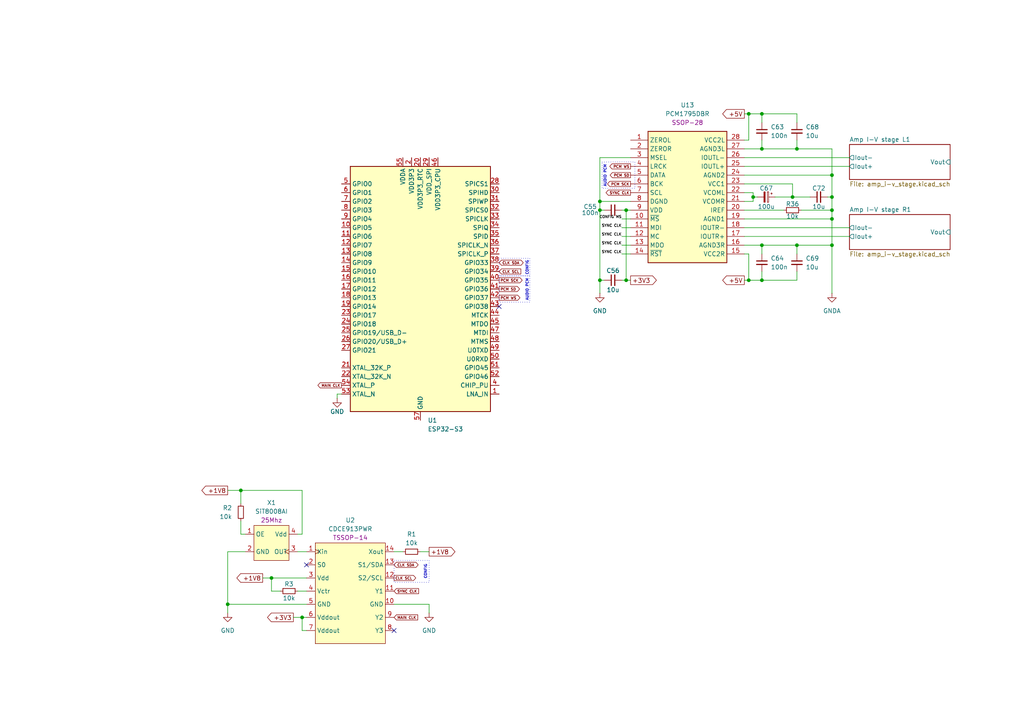
<source format=kicad_sch>
(kicad_sch (version 20250114) (generator "eeschema") (generator_version "9.0")
  (paper "A4")
  (lib_symbols
    (symbol "MCU_Espressif:ESP32-S3"
      (property "Reference" "U" (at 10.16 -38.1 0))
      (property "Value" "ESP32-S3" (at 13.97 -40.64 0))
      (symbol "ESP32-S3_0_1"
        (rectangle (start -20.32 35.56) (end 20.32 -35.56) (stroke (width 0.254)) (fill (type background)))
      )
      (symbol "ESP32-S3_1_0"
        (pin passive line (at -5.08 38.1 270) (length 2.54) (hide yes) (name "VDDA") (number "56"))
        (pin bidirectional line (at 22.86 12.7 180) (length 2.54) (name "SPICLK_N") (number "36"))
        (pin bidirectional line (at 22.86 -10.16 180) (length 2.54) (name "MTDO") (number "45"))
        (pin bidirectional line (at 22.86 -22.86 180) (length 2.54) (name "GPIO45") (number "51"))
      )
      (symbol "ESP32-S3_1_1"
        (pin bidirectional line (at -22.86 30.48 0) (length 2.54) (name "GPIO0") (number "5"))
        (pin bidirectional line (at -22.86 27.94 0) (length 2.54) (name "GPIO1") (number "6"))
        (pin bidirectional line (at -22.86 25.4 0) (length 2.54) (name "GPIO2") (number "7"))
        (pin bidirectional line (at -22.86 22.86 0) (length 2.54) (name "GPIO3") (number "8"))
        (pin bidirectional line (at -22.86 20.32 0) (length 2.54) (name "GPIO4") (number "9"))
        (pin bidirectional line (at -22.86 17.78 0) (length 2.54) (name "GPIO5") (number "10"))
        (pin bidirectional line (at -22.86 15.24 0) (length 2.54) (name "GPIO6") (number "11"))
        (pin bidirectional line (at -22.86 12.7 0) (length 2.54) (name "GPIO7") (number "12"))
        (pin bidirectional line (at -22.86 10.16 0) (length 2.54) (name "GPIO8") (number "13"))
        (pin bidirectional line (at -22.86 7.62 0) (length 2.54) (name "GPIO9") (number "14"))
        (pin bidirectional line (at -22.86 5.08 0) (length 2.54) (name "GPIO10") (number "15"))
        (pin bidirectional line (at -22.86 2.54 0) (length 2.54) (name "GPIO11") (number "16"))
        (pin bidirectional line (at -22.86 0 0) (length 2.54) (name "GPIO12") (number "17"))
        (pin bidirectional line (at -22.86 -2.54 0) (length 2.54) (name "GPIO13") (number "18"))
        (pin bidirectional line (at -22.86 -5.08 0) (length 2.54) (name "GPIO14") (number "19"))
        (pin bidirectional line (at -22.86 -7.62 0) (length 2.54) (name "GPIO17") (number "23"))
        (pin bidirectional line (at -22.86 -10.16 0) (length 2.54) (name "GPIO18") (number "24"))
        (pin bidirectional line (at -22.86 -12.7 0) (length 2.54) (name "GPIO19/USB_D-") (number "25"))
        (pin bidirectional line (at -22.86 -15.24 0) (length 2.54) (name "GPIO20/USB_D+") (number "26"))
        (pin bidirectional line (at -22.86 -17.78 0) (length 2.54) (name "GPIO21") (number "27"))
        (pin passive line (at -22.86 -22.86 0) (length 2.54) (name "XTAL_32K_P") (number "21"))
        (pin passive line (at -22.86 -25.4 0) (length 2.54) (name "XTAL_32K_N") (number "22"))
        (pin input line (at -22.86 -27.94 0) (length 2.54) (name "XTAL_P") (number "54"))
        (pin output line (at -22.86 -30.48 0) (length 2.54) (name "XTAL_N") (number "53"))
        (pin power_in line (at -5.08 38.1 270) (length 2.54) (name "VDDA") (number "55"))
        (pin power_in line (at -2.54 38.1 270) (length 2.54) (name "VDD3P3") (number "2"))
        (pin passive line (at -2.54 38.1 270) (length 2.54) (hide yes) (name "VDD3P3") (number "3"))
        (pin power_in line (at 0 38.1 270) (length 2.54) (name "VDD3P3_RTC") (number "20"))
        (pin power_in line (at 0 -38.1 90) (length 2.54) (name "GND") (number "57"))
        (pin power_in line (at 2.54 38.1 270) (length 2.54) (name "VDD_SPI") (number "29"))
        (pin power_in line (at 5.08 38.1 270) (length 2.54) (name "VDD3P3_CPU") (number "46"))
        (pin bidirectional line (at 22.86 30.48 180) (length 2.54) (name "SPICS1") (number "28"))
        (pin bidirectional line (at 22.86 27.94 180) (length 2.54) (name "SPIHD") (number "30"))
        (pin bidirectional line (at 22.86 25.4 180) (length 2.54) (name "SPIWP") (number "31"))
        (pin bidirectional line (at 22.86 22.86 180) (length 2.54) (name "SPICS0") (number "32"))
        (pin bidirectional line (at 22.86 20.32 180) (length 2.54) (name "SPICLK") (number "33"))
        (pin bidirectional line (at 22.86 17.78 180) (length 2.54) (name "SPIQ") (number "34"))
        (pin bidirectional line (at 22.86 15.24 180) (length 2.54) (name "SPID") (number "35"))
        (pin bidirectional line (at 22.86 10.16 180) (length 2.54) (name "SPICLK_P") (number "37"))
        (pin bidirectional line (at 22.86 7.62 180) (length 2.54) (name "GPIO33") (number "38"))
        (pin bidirectional line (at 22.86 5.08 180) (length 2.54) (name "GPIO34") (number "39"))
        (pin bidirectional line (at 22.86 2.54 180) (length 2.54) (name "GPIO35") (number "40"))
        (pin bidirectional line (at 22.86 0 180) (length 2.54) (name "GPIO36") (number "41"))
        (pin bidirectional line (at 22.86 -2.54 180) (length 2.54) (name "GPIO37") (number "42"))
        (pin bidirectional line (at 22.86 -5.08 180) (length 2.54) (name "GPIO38") (number "43"))
        (pin bidirectional line (at 22.86 -7.62 180) (length 2.54) (name "MTCK") (number "44"))
        (pin bidirectional line (at 22.86 -12.7 180) (length 2.54) (name "MTDI") (number "47"))
        (pin bidirectional line (at 22.86 -15.24 180) (length 2.54) (name "MTMS") (number "48"))
        (pin bidirectional line (at 22.86 -17.78 180) (length 2.54) (name "U0TXD") (number "49"))
        (pin bidirectional line (at 22.86 -20.32 180) (length 2.54) (name "U0RXD") (number "50"))
        (pin bidirectional line (at 22.86 -25.4 180) (length 2.54) (name "GPIO46") (number "52"))
        (pin input line (at 22.86 -27.94 180) (length 2.54) (name "CHIP_PU") (number "4"))
        (pin bidirectional line (at 22.86 -30.48 180) (length 2.54) (name "LNA_IN") (number "1"))
      )
    )
    (symbol "Project_Library:C_100n" (pin_numbers (hide yes)) (pin_names (offset 0.254) (hide yes))
      (property "Reference" "C" (at 0.254 1.778 0))
      (property "Value" "100n" (at 0.635 -1.905 0))
      (symbol "C_100n_0_1"
        (polyline (pts (xy -1.524 0.508) (xy 1.524 0.508)) (stroke (width 0.3048)))
        (polyline (pts (xy -1.524 -0.508) (xy 1.524 -0.508)) (stroke (width 0.3302)))
      )
      (symbol "C_100n_1_1"
        (pin passive line (at 0 2.54 270) (length 2.032) (name "~") (number "1"))
        (pin passive line (at 0 -2.54 90) (length 2.032) (name "~") (number "2"))
      )
    )
    (symbol "Project_Library:C_100u" (pin_numbers (hide yes)) (pin_names (offset 0.254) (hide yes))
      (property "Reference" "C" (at 0.254 1.778 0))
      (property "Value" "100u" (at 0.254 -2.032 0))
      (symbol "C_100u_0_1"
        (rectangle (start -1.524 0.6858) (end 1.524 0.3048))
        (rectangle (start -1.524 -0.3048) (end 1.524 -0.6858) (fill (type outline)))
        (polyline (pts (xy -1.27 1.524) (xy -0.762 1.524)))
        (polyline (pts (xy -1.016 1.27) (xy -1.016 1.778)))
      )
      (symbol "C_100u_1_1"
        (pin passive line (at 0 2.54 270) (length 1.8542) (name "~") (number "1"))
        (pin passive line (at 0 -2.54 90) (length 1.8542) (name "~") (number "2"))
      )
    )
    (symbol "Project_Library:C_10u" (pin_numbers (hide yes)) (pin_names (offset 0.254) (hide yes))
      (property "Reference" "C" (at 0.254 1.778 0))
      (property "Value" "10u" (at 0.635 -1.905 0))
      (symbol "C_10u_0_1"
        (polyline (pts (xy -1.524 0.508) (xy 1.524 0.508)) (stroke (width 0.3048)))
        (polyline (pts (xy -1.524 -0.508) (xy 1.524 -0.508)) (stroke (width 0.3302)))
      )
      (symbol "C_10u_1_1"
        (pin passive line (at 0 2.54 270) (length 2.032) (name "~") (number "1"))
        (pin passive line (at 0 -2.54 90) (length 2.032) (name "~") (number "2"))
      )
    )
    (symbol "Project_Library:R_10k" (pin_numbers (hide yes)) (pin_names (offset 0.254) (hide yes))
      (property "Reference" "R" (at 0.762 0.508 0))
      (property "Value" "10k" (at 0.762 -1.016 0))
      (symbol "R_10k_0_1"
        (rectangle (start -0.762 1.778) (end 0.762 -1.778) (stroke (width 0.2032)))
      )
      (symbol "R_10k_1_1"
        (pin passive line (at 0 2.54 270) (length 0.762) (name "~") (number "1"))
        (pin passive line (at 0 -2.54 90) (length 0.762) (name "~") (number "2"))
      )
    )
    (symbol "Project_Library:U_CDCE913PWR"
      (property "Reference" "U" (at 0 0 0))
      (property "Value" "CDCE913PWR" (at 0 0 0))
      (property "Package" "TSSOP-14" (at 0 0 0))
      (symbol "U_CDCE913PWR_1_1"
        (rectangle (start -10.16 13.97) (end 10.16 -15.24) (fill (type background)))
        (pin input clock (at -12.7 11.43 0) (length 2.54) (name "Xin") (number "1"))
        (pin input line (at -12.7 7.62 0) (length 2.54) (name "S0") (number "2"))
        (pin power_in line (at -12.7 3.81 0) (length 2.54) (name "Vdd") (number "3"))
        (pin input line (at -12.7 0 0) (length 2.54) (name "Vctr") (number "4"))
        (pin power_in line (at -12.7 -3.81 0) (length 2.54) (name "GND") (number "5"))
        (pin power_in line (at -12.7 -7.62 0) (length 2.54) (name "Vddout") (number "6"))
        (pin power_in line (at -12.7 -11.43 0) (length 2.54) (name "Vddout") (number "7"))
        (pin output line (at 12.7 11.43 180) (length 2.54) (name "Xout") (number "14"))
        (pin input line (at 12.7 7.62 180) (length 2.54) (name "S1/SDA") (number "13"))
        (pin input line (at 12.7 3.81 180) (length 2.54) (name "S2/SCL") (number "12"))
        (pin output line (at 12.7 0 180) (length 2.54) (name "Y1") (number "11"))
        (pin power_in line (at 12.7 -3.81 180) (length 2.54) (name "GND") (number "10"))
        (pin output line (at 12.7 -7.62 180) (length 2.54) (name "Y2") (number "9"))
        (pin output line (at 12.7 -11.43 180) (length 2.54) (name "Y3") (number "8"))
      )
    )
    (symbol "Project_Library:U_PCM1795DBR"
      (property "Reference" "U" (at 0 0 0))
      (property "Value" "PCM1795DBR" (at 0 0 0))
      (property "Package" "SSOP-28" (at 0 0 0))
      (symbol "U_PCM1795DBR_1_1"
        (rectangle (start -11.43 -1.27) (end 11.43 -39.37) (stroke (width 0.254)) (fill (type background)))
        (pin passive line (at -16.51 -3.81 0) (length 5.08) (name "ZEROL") (number "1"))
        (pin passive line (at -16.51 -6.35 0) (length 5.08) (name "ZEROR") (number "2"))
        (pin passive line (at -16.51 -8.89 0) (length 5.08) (name "MSEL") (number "3"))
        (pin passive line (at -16.51 -11.43 0) (length 5.08) (name "LRCK") (number "4"))
        (pin passive line (at -16.51 -13.97 0) (length 5.08) (name "DATA") (number "5"))
        (pin passive line (at -16.51 -16.51 0) (length 5.08) (name "BCK") (number "6"))
        (pin passive line (at -16.51 -19.05 0) (length 5.08) (name "SCL") (number "7"))
        (pin passive line (at -16.51 -21.59 0) (length 5.08) (name "DGND") (number "8"))
        (pin passive line (at -16.51 -24.13 0) (length 5.08) (name "VDD") (number "9"))
        (pin passive line (at -16.51 -26.67 0) (length 5.08) (name "~{MS}") (number "10"))
        (pin passive line (at -16.51 -29.21 0) (length 5.08) (name "MDI") (number "11"))
        (pin passive line (at -16.51 -31.75 0) (length 5.08) (name "MC") (number "12"))
        (pin passive line (at -16.51 -34.29 0) (length 5.08) (name "MDO") (number "13"))
        (pin passive line (at -16.51 -36.83 0) (length 5.08) (name "~{RST}") (number "14"))
        (pin passive line (at 16.51 -3.81 180) (length 5.08) (name "VCC2L") (number "28"))
        (pin passive line (at 16.51 -6.35 180) (length 5.08) (name "AGND3L") (number "27"))
        (pin passive line (at 16.51 -8.89 180) (length 5.08) (name "IOUTL-") (number "26"))
        (pin passive line (at 16.51 -11.43 180) (length 5.08) (name "IOUTL+") (number "25"))
        (pin passive line (at 16.51 -13.97 180) (length 5.08) (name "AGND2") (number "24"))
        (pin passive line (at 16.51 -16.51 180) (length 5.08) (name "VCC1") (number "23"))
        (pin passive line (at 16.51 -19.05 180) (length 5.08) (name "VCOML") (number "22"))
        (pin passive line (at 16.51 -21.59 180) (length 5.08) (name "VCOMR") (number "21"))
        (pin passive line (at 16.51 -24.13 180) (length 5.08) (name "IREF") (number "20"))
        (pin passive line (at 16.51 -26.67 180) (length 5.08) (name "AGND1") (number "19"))
        (pin passive line (at 16.51 -29.21 180) (length 5.08) (name "IOUTR-") (number "18"))
        (pin passive line (at 16.51 -31.75 180) (length 5.08) (name "IOUTR+") (number "17"))
        (pin passive line (at 16.51 -34.29 180) (length 5.08) (name "AGND3R") (number "16"))
        (pin passive line (at 16.51 -36.83 180) (length 5.08) (name "VCC2R") (number "15"))
      )
    )
    (symbol "Project_Library:X_SiT8008AI-11-18E-25"
      (property "Reference" "X" (at 0 6.096 0))
      (property "Value" "SiT8008AI" (at 0 0 0))
      (property "Clock Frequency" "25Mhz" (at 0 0 0))
      (symbol "X_SiT8008AI-11-18E-25_1_1"
        (rectangle (start -5.08 5.08) (end 5.08 -5.08) (fill (type background)))
        (pin input line (at -7.62 2.54 0) (length 2.54) (name "OE") (number "1"))
        (pin power_in line (at -7.62 -2.54 0) (length 2.54) (name "GND") (number "2"))
        (pin power_in line (at 7.62 2.54 180) (length 2.54) (name "Vdd") (number "4"))
        (pin output clock (at 7.62 -2.54 180) (length 2.54) (name "OUT") (number "3"))
      )
    )
    (symbol "power:GND" (power) (pin_numbers (hide yes)) (pin_names (offset 0) (hide yes))
      (property "Value" "GND" (at 0 -3.81 0))
      (symbol "GND_0_1"
        (polyline (pts (xy 0 0) (xy 0 -1.27) (xy 1.27 -1.27) (xy 0 -2.54) (xy -1.27 -1.27) (xy 0 -1.27)))
      )
      (symbol "GND_1_1"
        (pin power_in line (at 0 0 270) (length 0) (name "~") (number "1"))
      )
    )
    (symbol "power:GNDA" (power) (pin_numbers (hide yes)) (pin_names (offset 0) (hide yes))
      (property "Value" "GNDA" (at 0 -3.81 0))
      (symbol "GNDA_0_1"
        (polyline (pts (xy 0 0) (xy 0 -1.27) (xy 1.27 -1.27) (xy 0 -2.54) (xy -1.27 -1.27) (xy 0 -1.27)))
      )
      (symbol "GNDA_1_1"
        (pin power_in line (at 0 0 270) (length 0) (name "~") (number "1"))
      )
    )
  )
  (rectangle (start 114.3 162.56) (end 124.46 168.91) (stroke (width 0) (type dot)))
  (rectangle (start 144.78 80.01) (end 153.67 87.63) (stroke (width 0) (type dot)))
  (rectangle (start 174.625 46.99) (end 184.15 54.61) (stroke (width 0) (type dot)))
  (rectangle (start 144.78 74.93) (end 153.67 80.01) (stroke (width 0) (type dot)))
  (text "CONFIG\n" (at 152.908 77.724 90) (effects (font (size 0.762 0.762))))
  (text "AUDIO PCM" (at 152.908 84.074 90) (effects (font (size 0.762 0.762))))
  (text "AUDIO PCM" (at 175.514 51.054 90) (effects (font (size 0.762 0.762))))
  (text "CONFIG\n" (at 123.444 165.862 90) (effects (font (size 0.762 0.762))))
  (junction (at 231.14 71.12))
  (junction (at 241.3 63.5))
  (junction (at 173.99 81.28))
  (junction (at 173.99 58.42))
  (junction (at 220.98 43.18))
  (junction (at 217.17 81.28))
  (junction (at 229.87 57.15))
  (junction (at 220.98 33.02))
  (junction (at 231.14 43.18))
  (junction (at 241.3 50.8))
  (junction (at 78.74 167.64))
  (junction (at 181.61 60.96))
  (junction (at 241.3 57.15))
  (junction (at 241.3 60.96))
  (junction (at 241.3 71.12))
  (junction (at 218.44 57.15))
  (junction (at 220.98 81.28))
  (junction (at 173.99 60.96))
  (junction (at 66.04 175.26))
  (junction (at 220.98 71.12))
  (junction (at 217.17 33.02))
  (junction (at 181.61 81.28))
  (junction (at 69.85 142.24))
  (junction (at 87.63 179.07))
  (no_connect (at 88.9 163.83))
  (no_connect (at 114.3 182.88))
  (no_connect (at 144.78 88.9))
  (wire (pts (xy 231.14 78.74) (xy 231.14 81.28)))
  (wire (pts (xy 215.9 63.5) (xy 241.3 63.5)))
  (wire (pts (xy 231.14 40.64) (xy 231.14 43.18)))
  (wire (pts (xy 215.9 66.04) (xy 246.38 66.04)))
  (wire (pts (xy 87.63 179.07) (xy 88.9 179.07)))
  (wire (pts (xy 231.14 71.12) (xy 241.3 71.12)))
  (wire (pts (xy 220.98 81.28) (xy 220.98 78.74)))
  (wire (pts (xy 217.17 40.64) (xy 217.17 33.02)))
  (wire (pts (xy 114.3 160.02) (xy 116.84 160.02)))
  (wire (pts (xy 86.36 171.45) (xy 88.9 171.45)))
  (wire (pts (xy 87.63 142.24) (xy 87.63 154.94)))
  (wire (pts (xy 78.74 171.45) (xy 81.28 171.45)))
  (wire (pts (xy 180.34 68.58) (xy 182.88 68.58)))
  (wire (pts (xy 114.3 175.26) (xy 124.46 175.26)))
  (wire (pts (xy 220.98 33.02) (xy 231.14 33.02)))
  (wire (pts (xy 217.17 73.66) (xy 217.17 81.28)))
  (wire (pts (xy 173.99 81.28) (xy 175.26 81.28)))
  (wire (pts (xy 180.34 81.28) (xy 181.61 81.28)))
  (wire (pts (xy 69.85 142.24) (xy 69.85 146.05)))
  (wire (pts (xy 180.34 63.5) (xy 182.88 63.5)))
  (wire (pts (xy 99.06 114.3) (xy 97.79 114.3)))
  (wire (pts (xy 88.9 182.88) (xy 87.63 182.88)))
  (wire (pts (xy 180.34 71.12) (xy 182.88 71.12)))
  (wire (pts (xy 66.04 142.24) (xy 69.85 142.24)))
  (wire (pts (xy 87.63 182.88) (xy 87.63 179.07)))
  (wire (pts (xy 66.04 175.26) (xy 66.04 177.8)))
  (wire (pts (xy 173.99 45.72) (xy 173.99 58.42)))
  (wire (pts (xy 69.85 154.94) (xy 71.12 154.94)))
  (wire (pts (xy 229.87 53.34) (xy 229.87 57.15)))
  (wire (pts (xy 241.3 57.15) (xy 241.3 60.96)))
  (wire (pts (xy 220.98 71.12) (xy 220.98 73.66)))
  (wire (pts (xy 182.88 60.96) (xy 181.61 60.96)))
  (wire (pts (xy 215.9 40.64) (xy 217.17 40.64)))
  (wire (pts (xy 173.99 81.28) (xy 173.99 85.09)))
  (wire (pts (xy 218.44 57.15) (xy 218.44 58.42)))
  (wire (pts (xy 86.36 160.02) (xy 88.9 160.02)))
  (wire (pts (xy 218.44 58.42) (xy 215.9 58.42)))
  (wire (pts (xy 124.46 175.26) (xy 124.46 177.8)))
  (wire (pts (xy 181.61 60.96) (xy 181.61 81.28)))
  (wire (pts (xy 173.99 60.96) (xy 175.26 60.96)))
  (wire (pts (xy 66.04 160.02) (xy 71.12 160.02)))
  (wire (pts (xy 173.99 58.42) (xy 173.99 60.96)))
  (wire (pts (xy 69.85 151.13) (xy 69.85 154.94)))
  (wire (pts (xy 215.9 68.58) (xy 246.38 68.58)))
  (wire (pts (xy 121.92 160.02) (xy 124.46 160.02)))
  (wire (pts (xy 217.17 81.28) (xy 220.98 81.28)))
  (wire (pts (xy 220.98 43.18) (xy 231.14 43.18)))
  (wire (pts (xy 232.41 60.96) (xy 241.3 60.96)))
  (wire (pts (xy 231.14 43.18) (xy 241.3 43.18)))
  (wire (pts (xy 180.34 73.66) (xy 182.88 73.66)))
  (wire (pts (xy 220.98 71.12) (xy 231.14 71.12)))
  (wire (pts (xy 215.9 50.8) (xy 241.3 50.8)))
  (wire (pts (xy 231.14 71.12) (xy 231.14 73.66)))
  (wire (pts (xy 231.14 81.28) (xy 220.98 81.28)))
  (wire (pts (xy 215.9 60.96) (xy 227.33 60.96)))
  (wire (pts (xy 241.3 60.96) (xy 241.3 63.5)))
  (wire (pts (xy 180.34 66.04) (xy 182.88 66.04)))
  (wire (pts (xy 85.09 179.07) (xy 87.63 179.07)))
  (wire (pts (xy 220.98 40.64) (xy 220.98 43.18)))
  (wire (pts (xy 78.74 167.64) (xy 78.74 171.45)))
  (wire (pts (xy 240.03 57.15) (xy 241.3 57.15)))
  (wire (pts (xy 76.2 167.64) (xy 78.74 167.64)))
  (wire (pts (xy 241.3 50.8) (xy 241.3 57.15)))
  (wire (pts (xy 215.9 55.88) (xy 218.44 55.88)))
  (wire (pts (xy 217.17 73.66) (xy 215.9 73.66)))
  (wire (pts (xy 229.87 57.15) (xy 234.95 57.15)))
  (wire (pts (xy 229.87 57.15) (xy 224.79 57.15)))
  (wire (pts (xy 215.9 45.72) (xy 246.38 45.72)))
  (wire (pts (xy 241.3 71.12) (xy 241.3 85.09)))
  (wire (pts (xy 241.3 43.18) (xy 241.3 50.8)))
  (wire (pts (xy 215.9 48.26) (xy 246.38 48.26)))
  (wire (pts (xy 78.74 167.64) (xy 88.9 167.64)))
  (wire (pts (xy 215.9 53.34) (xy 229.87 53.34)))
  (wire (pts (xy 66.04 175.26) (xy 66.04 160.02)))
  (wire (pts (xy 180.34 60.96) (xy 181.61 60.96)))
  (wire (pts (xy 215.9 43.18) (xy 220.98 43.18)))
  (wire (pts (xy 86.36 154.94) (xy 87.63 154.94)))
  (wire (pts (xy 241.3 63.5) (xy 241.3 71.12)))
  (wire (pts (xy 182.88 45.72) (xy 173.99 45.72)))
  (wire (pts (xy 97.79 114.3) (xy 97.79 115.57)))
  (wire (pts (xy 215.9 71.12) (xy 220.98 71.12)))
  (wire (pts (xy 181.61 81.28) (xy 182.88 81.28)))
  (wire (pts (xy 215.9 33.02) (xy 217.17 33.02)))
  (wire (pts (xy 220.98 33.02) (xy 220.98 35.56)))
  (wire (pts (xy 88.9 175.26) (xy 66.04 175.26)))
  (wire (pts (xy 215.9 81.28) (xy 217.17 81.28)))
  (wire (pts (xy 217.17 33.02) (xy 220.98 33.02)))
  (wire (pts (xy 173.99 60.96) (xy 173.99 81.28)))
  (wire (pts (xy 231.14 33.02) (xy 231.14 35.56)))
  (wire (pts (xy 69.85 142.24) (xy 87.63 142.24)))
  (wire (pts (xy 218.44 57.15) (xy 219.71 57.15)))
  (wire (pts (xy 182.88 58.42) (xy 173.99 58.42)))
  (wire (pts (xy 218.44 55.88) (xy 218.44 57.15)))
  (label "SYNC CLK" (at 180.34 68.58 180) (effects (font (size 0.762 0.762))))
  (label "SYNC CLK" (at 180.34 73.66 180) (effects (font (size 0.762 0.762))))
  (label "CONFIG MS" (at 180.34 63.5 180) (effects (font (size 0.762 0.762))))
  (label "SYNC CLK" (at 180.34 66.04 180) (effects (font (size 0.762 0.762))))
  (label "SYNC CLK" (at 180.34 71.12 180) (effects (font (size 0.762 0.762))))
  (global_label "PCM WS" (shape output) (at 144.78 86.36 0) (effects (font (size 0.762 0.762))) (property "Intersheetrefs" "${INTERSHEET_REFS}" (effects (hide yes))))
  (global_label "PCM SD" (shape output) (at 144.78 83.82 0) (effects (font (size 0.762 0.762))) (property "Intersheetrefs" "${INTERSHEET_REFS}" (effects (hide yes))))
  (global_label "+3V3" (shape output) (at 85.09 179.07 180) (property "Intersheetrefs" "${INTERSHEET_REFS}" (effects (hide yes))))
  (global_label "PCM WS" (shape output) (at 182.88 48.26 180) (effects (font (size 0.762 0.762))) (property "Intersheetrefs" "${INTERSHEET_REFS}" (effects (hide yes))))
  (global_label "+5V" (shape output) (at 215.9 81.28 180) (property "Intersheetrefs" "${INTERSHEET_REFS}" (effects (hide yes))))
  (global_label "CLK SCL" (shape input) (at 144.78 78.74 0) (effects (font (size 0.762 0.762))) (property "Intersheetrefs" "${INTERSHEET_REFS}" (effects (hide yes))))
  (global_label "CLK SCL" (shape output) (at 114.3 167.64 0) (effects (font (size 0.762 0.762))) (property "Intersheetrefs" "${INTERSHEET_REFS}" (effects (hide yes))))
  (global_label "SYNC CLK" (shape input) (at 114.3 171.45 0) (effects (font (size 0.762 0.762))) (property "Intersheetrefs" "${INTERSHEET_REFS}" (effects (hide yes))))
  (global_label "SYNC CLK" (shape output) (at 182.88 55.88 180) (effects (font (size 0.762 0.762))) (property "Intersheetrefs" "${INTERSHEET_REFS}" (effects (hide yes))))
  (global_label "PCM SCK" (shape output) (at 182.88 53.34 180) (effects (font (size 0.762 0.762))) (property "Intersheetrefs" "${INTERSHEET_REFS}" (effects (hide yes))))
  (global_label "+5V" (shape output) (at 215.9 33.02 180) (property "Intersheetrefs" "${INTERSHEET_REFS}" (effects (hide yes))))
  (global_label "MAIN CLK" (shape output) (at 99.06 111.76 180) (effects (font (size 0.762 0.762))) (property "Intersheetrefs" "${INTERSHEET_REFS}" (effects (hide yes))))
  (global_label "+3V3" (shape output) (at 182.88 81.28 0) (property "Intersheetrefs" "${INTERSHEET_REFS}" (effects (hide yes))))
  (global_label "CLK SDA" (shape bidirectional) (at 114.3 163.83 0) (effects (font (size 0.762 0.762))) (property "Intersheetrefs" "${INTERSHEET_REFS}" (effects (hide yes))))
  (global_label "+1V8" (shape output) (at 66.04 142.24 180) (property "Intersheetrefs" "${INTERSHEET_REFS}" (effects (hide yes))))
  (global_label "CLK SDA" (shape bidirectional) (at 144.78 76.2 0) (effects (font (size 0.762 0.762))) (property "Intersheetrefs" "${INTERSHEET_REFS}" (effects (hide yes))))
  (global_label "+1V8" (shape output) (at 124.46 160.02 0) (property "Intersheetrefs" "${INTERSHEET_REFS}" (effects (hide yes))))
  (global_label "+1V8" (shape output) (at 76.2 167.64 180) (property "Intersheetrefs" "${INTERSHEET_REFS}" (effects (hide yes))))
  (global_label "PCM SCK" (shape output) (at 144.78 81.28 0) (effects (font (size 0.762 0.762))) (property "Intersheetrefs" "${INTERSHEET_REFS}" (effects (hide yes))))
  (global_label "PCM SD" (shape output) (at 182.88 50.8 180) (effects (font (size 0.762 0.762))) (property "Intersheetrefs" "${INTERSHEET_REFS}" (effects (hide yes))))
  (global_label "MAIN CLK" (shape input) (at 114.3 179.07 0) (effects (font (size 0.762 0.762))) (property "Intersheetrefs" "${INTERSHEET_REFS}" (effects (hide yes))))
  (symbol (lib_id "Project_Library:R_10k") (at 119.38 160.02 90) (unit 1)
    (property "Reference" "R1" (at 119.38 154.94 90))
    (property "Value" "10k" (at 119.38 157.48 90))
    (property "Footprint" "Project_Library:ERA6AEB101V" (effects (hide yes)))
    (property "Datasheet" "https://industrial.panasonic.com/cdbs/www-data/pdf/RDM0000/AOA0000C307.pdf" (effects (hide yes)))
    (property "Description" "Thin Film Resistors - SMD 0805 1/8W 10Kohms" (effects (hide yes)))
    (property "Footprint Text" "0805" (effects (hide yes)))
    (property "Tolerance" "0.1%" (effects (hide yes)))
    (property "Power" "1/8W" (effects (hide yes)))
    (property "Manufacturer" "Panasonic" (effects (hide yes)))
    (property "Manufacturer_Part_Number" "ERA-6AEB103V" (effects (hide yes)))
  )
  (symbol (lib_id "Project_Library:C_100n") (at 177.8 60.96 90) (unit 1)
    (property "Reference" "C55" (at 171.196 59.944 90))
    (property "Value" "100n" (at 171.196 61.722 90))
    (property "Footprint" "Project_Library:PHE426HJ6100JR05" (effects (hide yes)))
    (property "Datasheet" "https://www.mouser.se/datasheet/2/447/KEM_F3132_PHE426-3316727.pdf" (effects (hide yes)))
    (property "Description" "Film Capacitors 250V 0.1uF 5% LS=5mm" (effects (hide yes)))
    (property "Footprint Text" "2824" (effects (hide yes)))
    (property "Tolerance" "5%" (effects (hide yes)))
    (property "Voltage Rating" "160VAC" (effects (hide yes)))
    (property "Temperature Drift" "-" (effects (hide yes)))
    (property "Manufacturer" "KEMET" (effects (hide yes)))
    (property "Manufacturer_Part_Number" "PHE426HJ6100JR05" (effects (hide yes)))
  )
  (symbol (lib_id "power:GND") (at 173.99 85.09 0) (unit 1)
    (property "Reference" "#PWR035" (effects (hide yes)))
    (property "Value" "GND" (at 173.99 90.17 0))
    (property "Description" "Power symbol creates a global label with name \"GND\" , ground" (effects (hide yes)))
  )
  (symbol (lib_id "Project_Library:C_100n") (at 220.98 76.2 0) (unit 1)
    (property "Reference" "C64" (at 223.52 74.93 0) (effects (justify left)))
    (property "Value" "100n" (at 223.52 77.47 0) (effects (justify left)))
    (property "Footprint" "Project_Library:PHE426HJ6100JR05" (effects (hide yes)))
    (property "Datasheet" "https://www.mouser.se/datasheet/2/447/KEM_F3132_PHE426-3316727.pdf" (effects (hide yes)))
    (property "Description" "Film Capacitors 250V 0.1uF 5% LS=5mm" (effects (hide yes)))
    (property "Footprint Text" "2824" (effects (hide yes)))
    (property "Tolerance" "5%" (effects (hide yes)))
    (property "Voltage Rating" "160VAC" (effects (hide yes)))
    (property "Temperature Drift" "-" (effects (hide yes)))
    (property "Manufacturer" "KEMET" (effects (hide yes)))
    (property "Manufacturer_Part_Number" "PHE426HJ6100JR05" (effects (hide yes)))
  )
  (symbol (lib_id "Project_Library:C_10u") (at 231.14 76.2 0) (unit 1)
    (property "Reference" "C69" (at 233.68 74.9362 0) (effects (justify left)))
    (property "Value" "10u" (at 233.68 77.4762 0) (effects (justify left)))
    (property "Footprint" "Project_Library:CAPC3225X270N" (effects (hide yes)))
    (property "Datasheet" "https://www.mouser.se/datasheet/2/396/mlcc02_e-1307760.pdf" (effects (hide yes)))
    (property "Description" "Multilayer Ceramic Capacitors MLCC - SMD/SMT 50V 10uF X7S 1210 10 %" (effects (hide yes)))
    (property "Footprint Text" "1210" (effects (hide yes)))
    (property "Tolerance" "10%" (effects (hide yes)))
    (property "Voltage Rating" "50VDC" (effects (hide yes)))
    (property "Temperature Drift" "X7S" (effects (hide yes)))
    (property "Manufacturer" "TAIYO YUDEN" (effects (hide yes)))
    (property "Manufacturer_Part_Number" " UMK325C7106KM-T" (effects (hide yes)))
  )
  (symbol (lib_id "Project_Library:R_10k") (at 229.87 60.96 90) (unit 1)
    (property "Reference" "R36" (at 229.87 59.182 90))
    (property "Value" "10k" (at 229.87 62.738 90))
    (property "Footprint" "Project_Library:ERA6AEB101V" (effects (hide yes)))
    (property "Datasheet" "https://industrial.panasonic.com/cdbs/www-data/pdf/RDM0000/AOA0000C307.pdf" (effects (hide yes)))
    (property "Description" "Thin Film Resistors - SMD 0805 1/8W 10Kohms" (effects (hide yes)))
    (property "Footprint Text" "0805" (effects (hide yes)))
    (property "Tolerance" "0.1%" (effects (hide yes)))
    (property "Power" "1/8W" (effects (hide yes)))
    (property "Manufacturer" "Panasonic" (effects (hide yes)))
    (property "Manufacturer_Part_Number" "ERA-6AEB103V" (effects (hide yes)))
  )
  (symbol (lib_id "power:GND") (at 124.46 177.8 0) (unit 1)
    (property "Reference" "#PWR03" (effects (hide yes)))
    (property "Value" "GND" (at 124.46 182.88 0))
    (property "Description" "Power symbol creates a global label with name \"GND\" , ground" (effects (hide yes)))
  )
  (symbol (lib_id "power:GND") (at 97.79 115.57 0) (unit 1)
    (property "Reference" "#PWR02" (effects (hide yes)))
    (property "Value" "GND" (at 97.79 119.38 0))
    (property "Description" "Power symbol creates a global label with name \"GND\" , ground" (effects (hide yes)))
  )
  (symbol (lib_id "power:GND") (at 66.04 177.8 0) (unit 1)
    (property "Reference" "#PWR01" (effects (hide yes)))
    (property "Value" "GND" (at 66.04 182.88 0))
    (property "Description" "Power symbol creates a global label with name \"GND\" , ground" (effects (hide yes)))
  )
  (symbol (lib_id "Project_Library:C_10u") (at 237.49 57.15 90) (unit 1)
    (property "Reference" "C72" (at 237.49 54.61 90))
    (property "Value" "10u" (at 237.49 59.944 90))
    (property "Footprint" "Project_Library:CAPC3225X270N" (effects (hide yes)))
    (property "Datasheet" "https://www.mouser.se/datasheet/2/396/mlcc02_e-1307760.pdf" (effects (hide yes)))
    (property "Description" "Multilayer Ceramic Capacitors MLCC - SMD/SMT 50V 10uF X7S 1210 10 %" (effects (hide yes)))
    (property "Footprint Text" "1210" (effects (hide yes)))
    (property "Tolerance" "10%" (effects (hide yes)))
    (property "Voltage Rating" "50VDC" (effects (hide yes)))
    (property "Temperature Drift" "X7S" (effects (hide yes)))
    (property "Manufacturer" "TAIYO YUDEN" (effects (hide yes)))
    (property "Manufacturer_Part_Number" " UMK325C7106KM-T" (effects (hide yes)))
  )
  (symbol (lib_id "Project_Library:R_10k") (at 83.82 171.45 90) (unit 1)
    (property "Reference" "R3" (at 83.82 169.418 90))
    (property "Value" "10k" (at 83.82 173.482 90))
    (property "Footprint" "Project_Library:ERA6AEB101V" (effects (hide yes)))
    (property "Datasheet" "https://industrial.panasonic.com/cdbs/www-data/pdf/RDM0000/AOA0000C307.pdf" (effects (hide yes)))
    (property "Description" "Thin Film Resistors - SMD 0805 1/8W 10Kohms" (effects (hide yes)))
    (property "Footprint Text" "0805" (effects (hide yes)))
    (property "Tolerance" "0.1%" (effects (hide yes)))
    (property "Power" "1/8W" (effects (hide yes)))
    (property "Manufacturer" "Panasonic" (effects (hide yes)))
    (property "Manufacturer_Part_Number" "ERA-6AEB103V" (effects (hide yes)))
  )
  (symbol (lib_id "Project_Library:C_100n") (at 220.98 38.1 0) (unit 1)
    (property "Reference" "C63" (at 223.52 36.83 0) (effects (justify left)))
    (property "Value" "100n" (at 223.52 39.37 0) (effects (justify left)))
    (property "Footprint" "Project_Library:PHE426HJ6100JR05" (effects (hide yes)))
    (property "Datasheet" "https://www.mouser.se/datasheet/2/447/KEM_F3132_PHE426-3316727.pdf" (effects (hide yes)))
    (property "Description" "Film Capacitors 250V 0.1uF 5% LS=5mm" (effects (hide yes)))
    (property "Footprint Text" "2824" (effects (hide yes)))
    (property "Tolerance" "5%" (effects (hide yes)))
    (property "Voltage Rating" "160VAC" (effects (hide yes)))
    (property "Temperature Drift" "-" (effects (hide yes)))
    (property "Manufacturer" "KEMET" (effects (hide yes)))
    (property "Manufacturer_Part_Number" "PHE426HJ6100JR05" (effects (hide yes)))
  )
  (symbol (lib_id "Project_Library:U_PCM1795DBR") (at 199.39 36.83 0) (unit 1)
    (property "Reference" "U13" (at 199.39 30.48 0))
    (property "Value" "PCM1795DBR" (at 199.39 33.02 0))
    (property "Footprint" "Project_Library:SOP65P780X200-28N" (effects (hide yes)))
    (property "Datasheet" "https://www.ti.com/lit/gpn/pcm1795" (effects (hide yes)))
    (property "Description" "Audio D/A Converter ICs 32b 192kHz Sampling Adv Seg Aud St DAC A 595-PCM1795DB" (effects (hide yes)))
    (property "Package" "SSOP-28" (at 199.39 35.56 0))
    (property "Manufacturer" "Texas Instruments" (effects (hide yes)))
    (property "Manufacturer_Part_Number" "PCM1795DBR" (effects (hide yes)))
  )
  (symbol (lib_id "Project_Library:C_10u") (at 231.14 38.1 0) (unit 1)
    (property "Reference" "C68" (at 233.68 36.8362 0) (effects (justify left)))
    (property "Value" "10u" (at 233.68 39.3762 0) (effects (justify left)))
    (property "Footprint" "Project_Library:CAPC3225X270N" (effects (hide yes)))
    (property "Datasheet" "https://www.mouser.se/datasheet/2/396/mlcc02_e-1307760.pdf" (effects (hide yes)))
    (property "Description" "Multilayer Ceramic Capacitors MLCC - SMD/SMT 50V 10uF X7S 1210 10 %" (effects (hide yes)))
    (property "Footprint Text" "1210" (effects (hide yes)))
    (property "Tolerance" "10%" (effects (hide yes)))
    (property "Voltage Rating" "50VDC" (effects (hide yes)))
    (property "Temperature Drift" "X7S" (effects (hide yes)))
    (property "Manufacturer" "TAIYO YUDEN" (effects (hide yes)))
    (property "Manufacturer_Part_Number" " UMK325C7106KM-T" (effects (hide yes)))
  )
  (symbol (lib_id "MCU_Espressif:ESP32-S3") (at 121.92 83.82 0) (unit 1)
    (property "Reference" "U1" (at 124.0633 121.92 0) (effects (justify left)))
    (property "Value" "ESP32-S3" (at 124.0633 124.46 0) (effects (justify left)))
    (property "Footprint" "Package_DFN_QFN:QFN-56-1EP_7x7mm_P0.4mm_EP4x4mm" (effects (hide yes)))
    (property "Datasheet" "https://www.espressif.com/sites/default/files/documentation/esp32-s3_datasheet_en.pdf" (effects (hide yes)))
    (property "Description" "Microcontroller, Wi-Fi 802.11b/g/n, Bluetooth, 32bit" (effects (hide yes)))
  )
  (symbol (lib_id "Project_Library:U_CDCE913PWR") (at 101.6 171.45 0) (unit 1)
    (property "Reference" "U2" (at 101.6 150.876 0))
    (property "Value" "CDCE913PWR" (at 101.6 153.416 0))
    (property "Footprint" "Project_Library:SOP65P640X120-14N" (effects (hide yes)))
    (property "Datasheet" "https://www.ti.com/lit/gpn/cdcel913" (effects (hide yes)))
    (property "Description" "Clock Synthesizer/Jitter Cleaner Programmable 1PLL VC XO Clock Synth A 595-CDCE913PW" (effects (hide yes)))
    (property "Package" "TSSOP-14" (at 101.6 155.956 0))
    (property "Manufacturer" "Texas Instruments" (effects (hide yes)))
    (property "Manufacturer_Part_Number" "CDCE913PWR" (effects (hide yes)))
  )
  (symbol (lib_id "Project_Library:R_10k") (at 69.85 148.59 0) (mirror y) (unit 1)
    (property "Reference" "R2" (at 67.31 147.3199 0) (effects (justify left)))
    (property "Value" "10k" (at 67.31 149.8599 0) (effects (justify left)))
    (property "Footprint" "Project_Library:ERA6AEB101V" (effects (hide yes)))
    (property "Datasheet" "https://industrial.panasonic.com/cdbs/www-data/pdf/RDM0000/AOA0000C307.pdf" (effects (hide yes)))
    (property "Description" "Thin Film Resistors - SMD 0805 1/8W 10Kohms" (effects (hide yes)))
    (property "Footprint Text" "0805" (effects (hide yes)))
    (property "Tolerance" "0.1%" (effects (hide yes)))
    (property "Power" "1/8W" (effects (hide yes)))
    (property "Manufacturer" "Panasonic" (effects (hide yes)))
    (property "Manufacturer_Part_Number" "ERA-6AEB103V" (effects (hide yes)))
  )
  (symbol (lib_id "Project_Library:C_10u") (at 177.8 81.28 90) (unit 1)
    (property "Reference" "C56" (at 177.8 78.486 90))
    (property "Value" "10u" (at 177.8 84.074 90))
    (property "Footprint" "Project_Library:CAPC3225X270N" (effects (hide yes)))
    (property "Datasheet" "https://www.mouser.se/datasheet/2/396/mlcc02_e-1307760.pdf" (effects (hide yes)))
    (property "Description" "Multilayer Ceramic Capacitors MLCC - SMD/SMT 50V 10uF X7S 1210 10 %" (effects (hide yes)))
    (property "Footprint Text" "1210" (effects (hide yes)))
    (property "Tolerance" "10%" (effects (hide yes)))
    (property "Voltage Rating" "50VDC" (effects (hide yes)))
    (property "Temperature Drift" "X7S" (effects (hide yes)))
    (property "Manufacturer" "TAIYO YUDEN" (effects (hide yes)))
    (property "Manufacturer_Part_Number" " UMK325C7106KM-T" (effects (hide yes)))
  )
  (symbol (lib_id "power:GNDA") (at 241.3 85.09 0) (unit 1)
    (property "Reference" "#PWR044" (effects (hide yes)))
    (property "Value" "GNDA" (at 241.3 90.17 0))
    (property "Description" "Power symbol creates a global label with name \"GNDA\" , analog ground" (effects (hide yes)))
  )
  (symbol (lib_id "Project_Library:C_100u") (at 222.25 57.15 270) (unit 1)
    (property "Reference" "C67" (at 222.25 54.61 90))
    (property "Value" "100u" (at 222.25 59.944 90))
    (property "Footprint" "Project_Library:CAPPRD350W60D825H1300" (effects (hide yes)))
    (property "Datasheet" "https://www.mouser.se/datasheet/2/293/e_ufw-3082229.pdf" (effects (hide yes)))
    (property "Description" "Aluminium Electrolytic Capacitors - Radial Leaded 100uF 50 Volts 20%" (effects (hide yes)))
    (property "Footprint Text" "3131" (effects (hide yes)))
    (property "Tolerance" "20%" (effects (hide yes)))
    (property "Voltage Rating" "50V" (effects (hide yes)))
    (property "Type" "Aluminium" (effects (hide yes)))
    (property "Manufacturer" "Nichicon" (effects (hide yes)))
    (property "Manufacturer_Part_Number" "UFW1H101MPD1TD" (effects (hide yes)))
  )
  (symbol (lib_id "Project_Library:X_SiT8008AI-11-18E-25") (at 78.74 157.48 0) (unit 1)
    (property "Reference" "X1" (at 78.74 145.796 0))
    (property "Value" "SiT8008AI" (at 78.74 148.336 0))
    (property "Footprint" "Project_Library:4L PQFN" (effects (hide yes)))
    (property "Datasheet" "https://www.mouser.se/datasheet/2/371/SiT8008B_datasheet-1291019.pdf" (effects (hide yes)))
    (property "Description" "Standard Clock Oscillators -40 to 85C, 2520, 20ppm, 1.8V, 25MHz, OE, 250 pcs T&R 8 mm" (effects (hide yes)))
    (property "Clock Frequency" "25Mhz" (at 78.74 150.876 0))
    (property "Manufacturer" "SiTime" (effects (hide yes)))
    (property "Manufacturer_Part_Number" "SiT8008AI-11-18E-25.000000G" (effects (hide yes)))
  )
  (sheet (at 246.38 41.91) (size 29.21 10.16) (stroke (width 0.1524))
    (property "Sheetname" "Amp I-V stage L1" (at 246.38 41.1984 0) (effects (justify left bottom)))
    (property "Sheetfile" "amp_i-v_stage.kicad_sch" (at 246.38 52.6546 0) (effects (justify left top)))
    (pin "Iout+" output (at 246.38 48.26 180))
    (pin "Iout-" output (at 246.38 45.72 180))
    (pin "Vout" input (at 275.59 46.99 0))
  )
  (sheet (at 246.38 62.23) (size 29.21 10.16) (stroke (width 0.1524))
    (property "Sheetname" "Amp I-V stage R1" (at 246.38 61.5184 0) (effects (justify left bottom)))
    (property "Sheetfile" "amp_i-v_stage.kicad_sch" (at 246.38 72.9746 0) (effects (justify left top)))
    (pin "Iout+" output (at 246.38 68.58 180))
    (pin "Iout-" output (at 246.38 66.04 180))
    (pin "Vout" input (at 275.59 67.31 0))
  )
)
</source>
